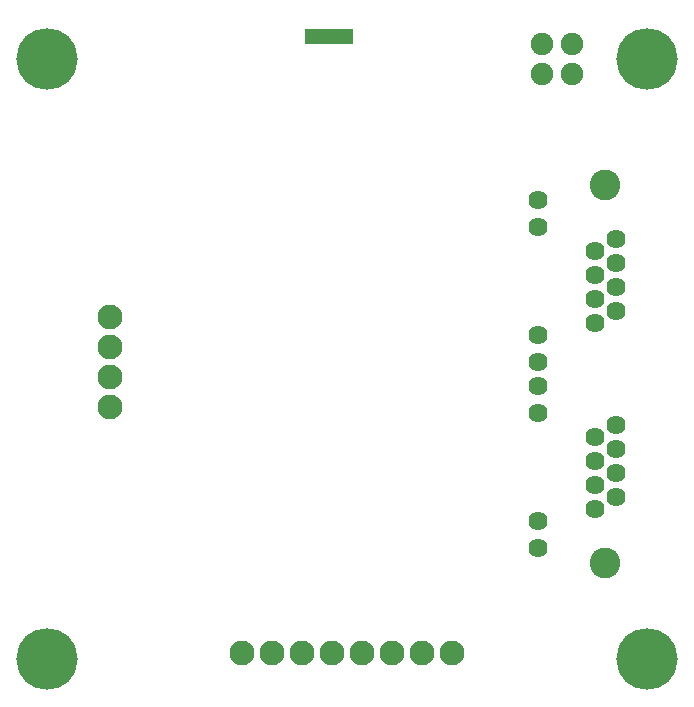
<source format=gbs>
G04 Layer: BottomSolderMaskLayer*
G04 Panelize: , Column: 2, Row: 2, Board Size: 58.42mm x 58.42mm, Panelized Board Size: 118.84mm x 118.84mm*
G04 EasyEDA v6.5.38, 2023-12-27 02:29:20*
G04 c8bedbd66dd74f4aa7d5f41e6d883f45,5a6b42c53f6a479593ecc07194224c93,10*
G04 Gerber Generator version 0.2*
G04 Scale: 100 percent, Rotated: No, Reflected: No *
G04 Dimensions in millimeters *
G04 leading zeros omitted , absolute positions ,4 integer and 5 decimal *
%FSLAX45Y45*%
%MOMM*%

%ADD10C,2.6000*%
%ADD11C,1.6240*%
%ADD12C,5.2032*%
%ADD13C,1.9016*%
%ADD14C,2.1016*%

%LPD*%
D10*
G01*
X5105095Y4394504D03*
G01*
X5105095Y1193495D03*
D11*
G01*
X4534103Y2898495D03*
G01*
X4534103Y3127476D03*
G01*
X4534103Y4041495D03*
G01*
X4534103Y4270476D03*
G01*
X5016093Y3228492D03*
G01*
X5194096Y3330498D03*
G01*
X5016093Y3432479D03*
G01*
X5194096Y3534486D03*
G01*
X5016093Y3636492D03*
G01*
X5194096Y3738498D03*
G01*
X5016093Y3840479D03*
G01*
X5194096Y3942486D03*
G01*
X4534103Y1320495D03*
G01*
X4534103Y1549476D03*
G01*
X4534103Y2463495D03*
G01*
X4534103Y2692476D03*
G01*
X5016093Y1650492D03*
G01*
X5194096Y1752498D03*
G01*
X5016093Y1854479D03*
G01*
X5194096Y1956485D03*
G01*
X5016093Y2058492D03*
G01*
X5194096Y2160498D03*
G01*
X5016093Y2262479D03*
G01*
X5194096Y2364486D03*
D12*
G01*
X381000Y5461000D03*
G01*
X5461000Y5461000D03*
G01*
X5461000Y381000D03*
G01*
X381000Y381000D03*
D13*
G01*
X4826000Y5588000D03*
G01*
X4826000Y5334000D03*
G01*
X4572000Y5334000D03*
G01*
X4572000Y5588000D03*
D14*
G01*
X910818Y2520340D03*
G01*
X910818Y3282340D03*
G01*
X910818Y3028340D03*
G01*
X910818Y2774340D03*
G01*
X2029206Y435406D03*
G01*
X2283206Y435406D03*
G01*
X2537206Y435406D03*
G01*
X2791206Y435406D03*
G01*
X3045206Y435406D03*
G01*
X3299206Y435406D03*
G01*
X3553206Y435406D03*
G01*
X3807206Y435406D03*
G36*
X2565400Y5715000D02*
G01*
X2971800Y5715000D01*
X2971800Y5588000D01*
X2565400Y5588000D01*
G37*
M02*

</source>
